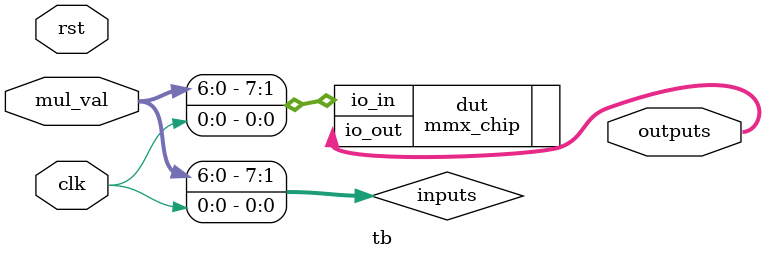
<source format=v>
`default_nettype none
`timescale 1ns/1ps

/*
this testbench just instantiates the module and makes some convenient wires
that can be driven / tested by the cocotb test.py
*/

module tb (
    // testbench is controlled by test.py
    input clk,
    input rst,
    input [6:0] mul_val,
    output [7:0] outputs
   );

    // this part dumps the trace to a vcd file that can be viewed with GTKWave
    initial begin
        $dumpfile("tb.vcd");
        $dumpvars(0, tb);
        #1;
    end

    // wire up the inputs and outputs
    wire [7:0] inputs = {mul_val, clk};

    // instantiate the DUT
    mmx_chip dut(.io_in(inputs), .io_out(outputs));

endmodule

</source>
